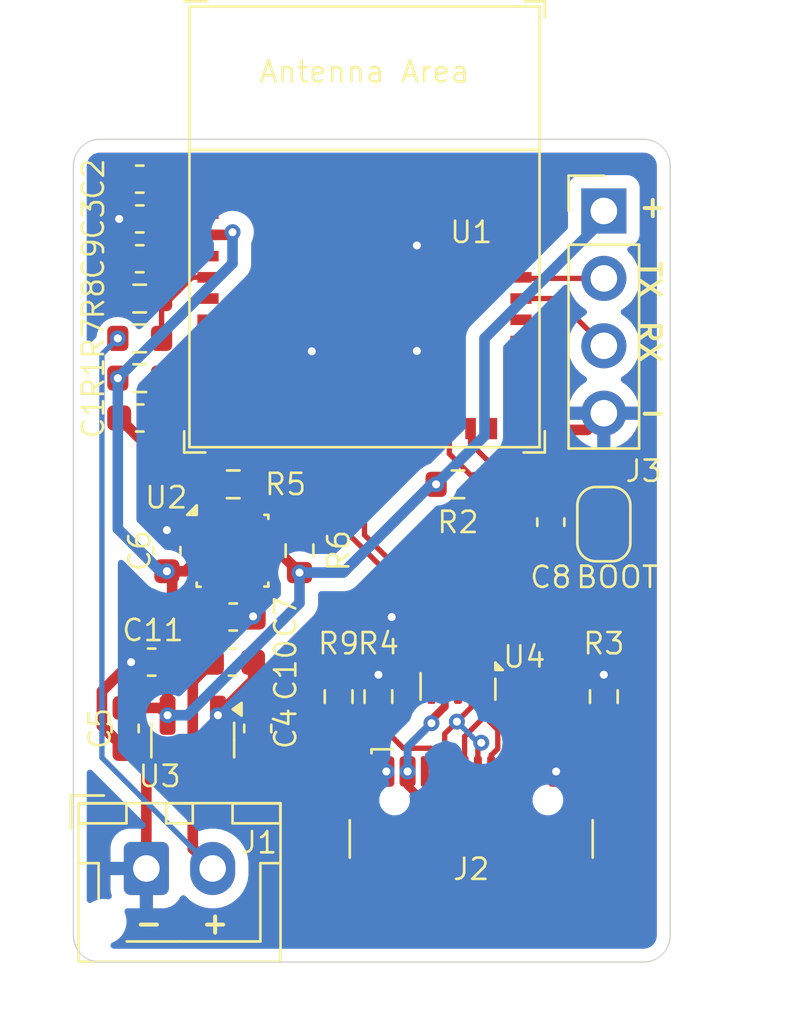
<source format=kicad_pcb>
(kicad_pcb (version 20240108) (generator "pcbnew") (generator_version "8.0")
  (layers (0 "F.Cu" mixed) (31 "B.Cu" mixed) (34 "B.Paste" user) (35 "F.Paste" user) (36 "B.SilkS" user "B.Silkscreen") (37 "F.SilkS" user "F.Silkscreen") (38 "B.Mask" user) (39 "F.Mask" user) (44 "Edge.Cuts" user))
  (net 0 "")
  (net 1 "GND")
  (net 2 "+3.3V")
  (net 3 "/BOOT_MODE")
  (net 4 "+BATT")
  (net 5 "/USB_D-")
  (net 6 "/USB_D+")
  (net 8 "Net-(U1-GPIO8)")
  (net 9 "/I2C_SDA")
  (net 10 "/I2C_SCL")
  (net 11 "/ADC")
  (net 27 "Net-(J2-SHIELD)")
  (net 28 "Net-(J2-CC2)")
  (net 33 "/EN")
  (net 36 "Net-(J2-CC1)")
  (net 37 "/U0RXD")
  (net 38 "/U0TXD")
  (footprint "Resistor_SMD:R_0603_1608Metric" (layer "F.Cu") (at 100.022 47.16 180)
    (property "Reference" "R8" (at 1.75 0 90) (layer "F.SilkS") (effects (font (size 0.8 0.8) (thickness 0.1))))
    (property "Value" "1 M")
    (pad "1" smd roundrect (at -0.825 0 180) (size 0.8 0.95) (layers "F.Cu" "F.Paste" "F.Mask") (net 11 "/ADC"))
    (pad "2" smd roundrect (at 0.825 0 180) (size 0.8 0.95) (layers "F.Cu" "F.Paste" "F.Mask") (net 1 "GND"))
  )
  (footprint "Resistor_SMD:R_0603_1608Metric" (layer "F.Cu") (at 107.522 62.16 90)
    (property "Reference" "R9" (at 2 0 0) (layer "F.SilkS") (effects (font (size 0.8 0.8) (thickness 0.1))))
    (property "Value" "1M")
    (pad "1" smd roundrect (at -0.825 0 90) (size 0.8 0.95) (layers "F.Cu" "F.Paste" "F.Mask") (net 27 "Net-(J2-SHIELD)"))
    (pad "2" smd roundrect (at 0.825 0 90) (size 0.8 0.95) (layers "F.Cu" "F.Paste" "F.Mask") (net 1 "GND"))
  )
  (footprint "Connector_PinHeader_2.54mm:PinHeader_1x04_P2.54mm_Vertical" (layer "F.Cu") (at 117.522 43.86)
    (property "Reference" "J3" (at 1.5 9.8 0) (layer "F.SilkS") (effects (font (size 0.8 0.8) (thickness 0.1))))
    (property "Value" "Conn_01x04_Socket")
    (pad "1" thru_hole rect (at 0 0) (size 1.7 1.7) (drill 1) (layers "*.Cu" "*.Mask") (net 2 "+3.3V"))
    (pad "2" thru_hole oval (at 0 2.54) (size 1.7 1.7) (drill 1) (layers "*.Cu" "*.Mask") (net 38 "/U0TXD"))
    (pad "3" thru_hole oval (at 0 5.08) (size 1.7 1.7) (drill 1) (layers "*.Cu" "*.Mask") (net 37 "/U0RXD"))
    (pad "4" thru_hole oval (at 0 7.62) (size 1.7 1.7) (drill 1) (layers "*.Cu" "*.Mask") (net 1 "GND"))
  )
  (footprint "Resistor_SMD:R_0603_1608Metric" (layer "F.Cu") (at 106.047 56.66 90)
    (property "Reference" "R6" (at 0 1.475 90) (layer "F.SilkS") (effects (font (size 0.8 0.8) (thickness 0.1))))
    (property "Value" "4.7 k")
    (pad "1" smd roundrect (at -0.825 0 90) (size 0.8 0.95) (layers "F.Cu" "F.Paste" "F.Mask") (net 2 "+3.3V"))
    (pad "2" smd roundrect (at 0.825 0 90) (size 0.8 0.95) (layers "F.Cu" "F.Paste" "F.Mask") (net 10 "/I2C_SCL"))
  )
  (footprint "Resistor_SMD:R_0603_1608Metric" (layer "F.Cu") (at 109.022 62.16 90)
    (property "Reference" "R4" (at 2 0 0) (layer "F.SilkS") (effects (font (size 0.8 0.8) (thickness 0.1))))
    (property "Value" "5.1K")
    (pad "1" smd roundrect (at -0.825 0 90) (size 0.8 0.95) (layers "F.Cu" "F.Paste" "F.Mask") (net 36 "Net-(J2-CC1)"))
    (pad "2" smd roundrect (at 0.825 0 90) (size 0.8 0.95) (layers "F.Cu" "F.Paste" "F.Mask") (net 1 "GND"))
  )
  (footprint "Connector_USB:USB_C_Receptacle_GCT_USB4110" (layer "F.Cu") (at 112.522 68.66)
    (property "Reference" "J2" (at 0 0 0) (layer "F.SilkS") (effects (font (size 0.8 0.8) (thickness 0.1))))
    (property "Value" "USB_C_Receptacle_USB2.0_16P")
    (pad "" np_thru_hole circle (at -2.89 -2.605) (size 0.65 0.65) (drill 0.65) (layers "F&B.Cu" "*.Mask"))
    (pad "" np_thru_hole circle (at 2.89 -2.605) (size 0.65 0.65) (drill 0.65) (layers "F&B.Cu" "*.Mask"))
    (pad "A1" smd roundrect (at -3.2 -3.68) (size 0.6 1.15) (layers "F.Cu" "F.Paste" "F.Mask") (net 1 "GND"))
    (pad "A4" smd roundrect (at -2.4 -3.68) (size 0.6 1.15) (layers "F.Cu" "F.Paste" "F.Mask") (net 4 "+BATT"))
    (pad "A5" smd roundrect (at -1.25 -3.68) (size 0.3 1.15) (layers "F.Cu" "F.Paste" "F.Mask") (net 36 "Net-(J2-CC1)"))
    (pad "A6" smd roundrect (at -0.25 -3.68) (size 0.3 1.15) (layers "F.Cu" "F.Paste" "F.Mask") (net 6 "/USB_D+"))
    (pad "A7" smd roundrect (at 0.25 -3.68) (size 0.3 1.15) (layers "F.Cu" "F.Paste" "F.Mask") (net 5 "/USB_D-"))
    (pad "A8" smd roundrect (at 1.25 -3.68) (size 0.3 1.15) (layers "F.Cu" "F.Paste" "F.Mask"))
    (pad "A9" smd roundrect (at 2.4 -3.68) (size 0.6 1.15) (layers "F.Cu" "F.Paste" "F.Mask") (net 4 "+BATT"))
    (pad "A12" smd roundrect (at 3.2 -3.68) (size 0.6 1.15) (layers "F.Cu" "F.Paste" "F.Mask") (net 1 "GND"))
    (pad "B1" smd roundrect (at 3.2 -3.68) (size 0.6 1.15) (layers "F.Cu" "F.Paste" "F.Mask") (net 1 "GND"))
    (pad "B4" smd roundrect (at 2.4 -3.68) (size 0.6 1.15) (layers "F.Cu" "F.Paste" "F.Mask") (net 4 "+BATT"))
    (pad "B5" smd roundrect (at 1.75 -3.68) (size 0.3 1.15) (layers "F.Cu" "F.Paste" "F.Mask") (net 28 "Net-(J2-CC2)"))
    (pad "B6" smd roundrect (at 0.75 -3.68) (size 0.3 1.15) (layers "F.Cu" "F.Paste" "F.Mask") (net 6 "/USB_D+"))
    (pad "B7" smd roundrect (at -0.75 -3.68) (size 0.3 1.15) (layers "F.Cu" "F.Paste" "F.Mask") (net 5 "/USB_D-"))
    (pad "B8" smd roundrect (at -1.75 -3.68) (size 0.3 1.15) (layers "F.Cu" "F.Paste" "F.Mask"))
    (pad "B9" smd roundrect (at -2.4 -3.68) (size 0.6 1.15) (layers "F.Cu" "F.Paste" "F.Mask") (net 4 "+BATT"))
    (pad "B12" smd roundrect (at -3.2 -3.68) (size 0.6 1.15) (layers "F.Cu" "F.Paste" "F.Mask") (net 1 "GND"))
    (pad "S1" smd roundrect (at -5.11 -3.105) (size 2.18 2) (layers "F.Cu" "F.Paste" "F.Mask") (roundrect_rratio 0.125) (net 27 "Net-(J2-SHIELD)"))
    (pad "S1" smd roundrect (at -5.11 0.825) (size 2.18 2) (layers "F.Cu" "F.Paste" "F.Mask") (roundrect_rratio 0.125) (net 27 "Net-(J2-SHIELD)"))
    (pad "S1" smd roundrect (at 5.11 -3.105) (size 2.18 2) (layers "F.Cu" "F.Paste" "F.Mask") (roundrect_rratio 0.125) (net 27 "Net-(J2-SHIELD)"))
    (pad "S1" smd roundrect (at 5.11 0.825) (size 2.18 2) (layers "F.Cu" "F.Paste" "F.Mask") (roundrect_rratio 0.125) (net 27 "Net-(J2-SHIELD)"))
  )
  (footprint "Capacitor_SMD:C_0603_1608Metric" (layer "F.Cu") (at 100.022 51.66)
    (property "Reference" "C1" (at -1.75 0 90) (layer "F.SilkS") (effects (font (size 0.8 0.8) (thickness 0.1))))
    (property "Value" "1µF")
    (pad "1" smd roundrect (at -0.775 0) (size 0.9 0.95) (layers "F.Cu" "F.Paste" "F.Mask") (net 1 "GND"))
    (pad "2" smd roundrect (at 0.775 0) (size 0.9 0.95) (layers "F.Cu" "F.Paste" "F.Mask") (net 33 "/EN"))
  )
  (footprint "Capacitor_SMD:C_0603_1608Metric" (layer "F.Cu") (at 103.522 60.86)
    (property "Reference" "C10" (at 2 0.3 90) (layer "F.SilkS") (effects (font (size 0.8 0.8) (thickness 0.1))))
    (property "Value" "47µF")
    (pad "1" smd roundrect (at -0.775 0) (size 0.9 0.95) (layers "F.Cu" "F.Paste" "F.Mask") (net 4 "+BATT"))
    (pad "2" smd roundrect (at 0.775 0) (size 0.9 0.95) (layers "F.Cu" "F.Paste" "F.Mask") (net 1 "GND"))
  )
  (footprint "Capacitor_SMD:C_0603_1608Metric" (layer "F.Cu") (at 100.022 45.66)
    (property "Reference" "C9" (at -1.75 0 90) (layer "F.SilkS") (effects (font (size 0.8 0.8) (thickness 0.1))))
    (property "Value" "100nF")
    (pad "1" smd roundrect (at -0.775 0) (size 0.9 0.95) (layers "F.Cu" "F.Paste" "F.Mask") (net 1 "GND"))
    (pad "2" smd roundrect (at 0.775 0) (size 0.9 0.95) (layers "F.Cu" "F.Paste" "F.Mask") (net 11 "/ADC"))
  )
  (footprint "Capacitor_SMD:C_0603_1608Metric" (layer "F.Cu") (at 103.547 59.16)
    (property "Reference" "C7" (at 1.975 0 90) (layer "F.SilkS") (effects (font (size 0.8 0.8) (thickness 0.1))))
    (property "Value" "100 nF")
    (pad "1" smd roundrect (at -0.775 0) (size 0.9 0.95) (layers "F.Cu" "F.Paste" "F.Mask") (net 2 "+3.3V"))
    (pad "2" smd roundrect (at 0.775 0) (size 0.9 0.95) (layers "F.Cu" "F.Paste" "F.Mask") (net 1 "GND"))
  )
  (footprint "Capacitor_SMD:C_0603_1608Metric" (layer "F.Cu") (at 100.022 42.66 180)
    (property "Reference" "C2" (at 1.75 0 90) (layer "F.SilkS") (effects (font (size 0.8 0.8) (thickness 0.1))))
    (property "Value" "100nF")
    (pad "1" smd roundrect (at -0.775 0 180) (size 0.9 0.95) (layers "F.Cu" "F.Paste" "F.Mask") (net 2 "+3.3V"))
    (pad "2" smd roundrect (at 0.775 0 180) (size 0.9 0.95) (layers "F.Cu" "F.Paste" "F.Mask") (net 1 "GND"))
  )
  (footprint "Capacitor_SMD:C_0603_1608Metric" (layer "F.Cu") (at 104.472 63.36 90)
    (property "Reference" "C4" (at 0 1.05 90) (layer "F.SilkS") (effects (font (size 0.8 0.8) (thickness 0.1))))
    (property "Value" "1 µF")
    (pad "1" smd roundrect (at -0.775 0 90) (size 0.9 0.95) (layers "F.Cu" "F.Paste" "F.Mask") (net 4 "+BATT"))
    (pad "2" smd roundrect (at 0.775 0 90) (size 0.9 0.95) (layers "F.Cu" "F.Paste" "F.Mask") (net 1 "GND"))
  )
  (footprint "Package_SON:USON-10_2.5x1.0mm_P0.5mm" (layer "F.Cu") (at 112.022 61.775 -90)
    (property "Reference" "U4" (at -1.115 -2.5 0) (layer "F.SilkS") (effects (font (size 0.8 0.8) (thickness 0.1))))
    (property "Value" "TPD4E02B04DQA")
    (pad "1" smd roundrect (at -0.385 -1 180) (size 0.3 0.55) (layers "F.Cu" "F.Paste" "F.Mask") (net 6 "/USB_D+"))
    (pad "2" smd roundrect (at -0.385 -0.5 180) (size 0.3 0.55) (layers "F.Cu" "F.Paste" "F.Mask") (net 5 "/USB_D-"))
    (pad "3" smd roundrect (at -0.385 0 180) (size 0.3 0.55) (layers "F.Cu" "F.Paste" "F.Mask") (net 1 "GND"))
    (pad "4" smd roundrect (at -0.385 0.5 180) (size 0.3 0.55) (layers "F.Cu" "F.Paste" "F.Mask") (net 4 "+BATT"))
    (pad "5" smd roundrect (at -0.385 1 180) (size 0.3 0.55) (layers "F.Cu" "F.Paste" "F.Mask"))
    (pad "6" smd roundrect (at 0.385 1 180) (size 0.3 0.55) (layers "F.Cu" "F.Paste" "F.Mask"))
    (pad "7" smd roundrect (at 0.385 0.5 180) (size 0.3 0.55) (layers "F.Cu" "F.Paste" "F.Mask") (net 4 "+BATT"))
    (pad "8" smd roundrect (at 0.385 0 180) (size 0.3 0.55) (layers "F.Cu" "F.Paste" "F.Mask") (net 1 "GND"))
    (pad "9" smd roundrect (at 0.385 -0.5 180) (size 0.3 0.55) (layers "F.Cu" "F.Paste" "F.Mask") (net 5 "/USB_D-"))
    (pad "10" smd roundrect (at 0.385 -1 180) (size 0.3 0.55) (layers "F.Cu" "F.Paste" "F.Mask") (net 6 "/USB_D+"))
  )
  (footprint "Resistor_SMD:R_0603_1608Metric" (layer "F.Cu") (at 112.022 54.16 180)
    (property "Reference" "R2" (at 0 -1.43 0) (layer "F.SilkS") (effects (font (size 0.8 0.8) (thickness 0.1))))
    (property "Value" "3.3K 1%")
    (pad "1" smd roundrect (at -0.825 0 180) (size 0.8 0.95) (layers "F.Cu" "F.Paste" "F.Mask") (net 8 "Net-(U1-GPIO8)"))
    (pad "2" smd roundrect (at 0.825 0 180) (size 0.8 0.95) (layers "F.Cu" "F.Paste" "F.Mask") (net 2 "+3.3V"))
  )
  (footprint "Package_TO_SOT_SMD:SOT-23" (layer "F.Cu") (at 102.022 63.7975 -90)
    (property "Reference" "U3" (at 1.3625 1.25 0) (layer "F.SilkS") (effects (font (size 0.8 0.8) (thickness 0.1))))
    (property "Value" "MCP1700x-330xxTT")
    (pad "1" smd roundrect (at -0.9375 -0.95 270) (size 1.475 0.6) (layers "F.Cu" "F.Paste" "F.Mask") (net 1 "GND"))
    (pad "2" smd roundrect (at -0.9375 0.95 270) (size 1.475 0.6) (layers "F.Cu" "F.Paste" "F.Mask") (net 2 "+3.3V"))
    (pad "3" smd roundrect (at 0.9375 0 270) (size 1.475 0.6) (layers "F.Cu" "F.Paste" "F.Mask") (net 4 "+BATT"))
  )
  (footprint "Resistor_SMD:R_0603_1608Metric" (layer "F.Cu") (at 103.547 54.16)
    (property "Reference" "R5" (at 1.975 0 0) (layer "F.SilkS") (effects (font (size 0.8 0.8) (thickness 0.1))))
    (property "Value" "4.7 k")
    (pad "1" smd roundrect (at -0.825 0) (size 0.8 0.95) (layers "F.Cu" "F.Paste" "F.Mask") (net 2 "+3.3V"))
    (pad "2" smd roundrect (at 0.825 0) (size 0.8 0.95) (layers "F.Cu" "F.Paste" "F.Mask") (net 9 "/I2C_SDA"))
  )
  (footprint "PCM_Espressif:ESP32-C6-MINI-1" (layer "F.Cu") (at 108.497 44.46)
    (property "Reference" "U1" (at 4.025 0.2 0) (layer "F.SilkS") (effects (font (size 0.8 0.8) (thickness 0.1))))
    (property "Value" "ESP32-C6-MINI-1/U")
    (fp_text user "Antenna Area" (at 0 -5.85 0) (layer "F.SilkS") (effects (font (size 0.8 0.8) (thickness 0.1))))
    (pad "1" smd rect (at -5.9 -1.3 90) (size 0.4 0.8) (layers "F.Cu" "F.Paste" "F.Mask") (net 1 "GND"))
    (pad "2" smd rect (at -5.9 -0.5 90) (size 0.4 0.8) (layers "F.Cu" "F.Paste" "F.Mask") (net 1 "GND"))
    (pad "3" smd rect (at -5.9 0.3 90) (size 0.4 0.8) (layers "F.Cu" "F.Paste" "F.Mask") (net 2 "+3.3V"))
    (pad "4" smd rect (at -5.9 1.1 90) (size 0.4 0.8) (layers "F.Cu" "F.Paste" "F.Mask"))
    (pad "5" smd rect (at -5.9 1.9 90) (size 0.4 0.8) (layers "F.Cu" "F.Paste" "F.Mask") (net 11 "/ADC"))
    (pad "6" smd rect (at -5.9 2.7 90) (size 0.4 0.8) (layers "F.Cu" "F.Paste" "F.Mask"))
    (pad "7" smd rect (at -5.9 3.5 90) (size 0.4 0.8) (layers "F.Cu" "F.Paste" "F.Mask"))
    (pad "8" smd rect (at -5.9 4.3 90) (size 0.4 0.8) (layers "F.Cu" "F.Paste" "F.Mask") (net 33 "/EN"))
    (pad "9" smd rect (at -5.9 5.1 90) (size 0.4 0.8) (layers "F.Cu" "F.Paste" "F.Mask"))
    (pad "10" smd rect (at -5.9 5.9 90) (size 0.4 0.8) (layers "F.Cu" "F.Paste" "F.Mask"))
    (pad "11" smd rect (at -5.9 6.7 90) (size 0.4 0.8) (layers "F.Cu" "F.Paste" "F.Mask") (net 1 "GND"))
    (pad "12" smd rect (at -4.8 7.6) (size 0.4 0.8) (layers "F.Cu" "F.Paste" "F.Mask"))
    (pad "13" smd rect (at -4 7.6) (size 0.4 0.8) (layers "F.Cu" "F.Paste" "F.Mask"))
    (pad "14" smd rect (at -3.2 7.6) (size 0.4 0.8) (layers "F.Cu" "F.Paste" "F.Mask") (net 1 "GND"))
    (pad "15" smd rect (at -2.4 7.6) (size 0.4 0.8) (layers "F.Cu" "F.Paste" "F.Mask") (net 9 "/I2C_SDA"))
    (pad "16" smd rect (at -1.6 7.6) (size 0.4 0.8) (layers "F.Cu" "F.Paste" "F.Mask") (net 10 "/I2C_SCL"))
    (pad "17" smd rect (at -0.8 7.6) (size 0.4 0.8) (layers "F.Cu" "F.Paste" "F.Mask") (net 5 "/USB_D-"))
    (pad "18" smd rect (at 0 7.6) (size 0.4 0.8) (layers "F.Cu" "F.Paste" "F.Mask") (net 6 "/USB_D+"))
    (pad "19" smd rect (at 0.8 7.6) (size 0.4 0.8) (layers "F.Cu" "F.Paste" "F.Mask"))
    (pad "20" smd rect (at 1.6 7.6) (size 0.4 0.8) (layers "F.Cu" "F.Paste" "F.Mask"))
    (pad "21" smd rect (at 2.4 7.6) (size 0.4 0.8) (layers "F.Cu" "F.Paste" "F.Mask"))
    (pad "22" smd rect (at 3.2 7.6) (size 0.4 0.8) (layers "F.Cu" "F.Paste" "F.Mask") (net 8 "Net-(U1-GPIO8)"))
    (pad "23" smd rect (at 4 7.6) (size 0.4 0.8) (layers "F.Cu" "F.Paste" "F.Mask") (net 3 "/BOOT_MODE"))
    (pad "24" smd rect (at 4.8 7.6) (size 0.4 0.8) (layers "F.Cu" "F.Paste" "F.Mask"))
    (pad "25" smd rect (at 5.9 6.7 90) (size 0.4 0.8) (layers "F.Cu" "F.Paste" "F.Mask"))
    (pad "26" smd rect (at 5.9 5.9 90) (size 0.4 0.8) (layers "F.Cu" "F.Paste" "F.Mask"))
    (pad "27" smd rect (at 5.9 5.1 90) (size 0.4 0.8) (layers "F.Cu" "F.Paste" "F.Mask"))
    (pad "28" smd rect (at 5.9 4.3 90) (size 0.4 0.8) (layers "F.Cu" "F.Paste" "F.Mask"))
    (pad "29" smd rect (at 5.9 3.5 90) (size 0.4 0.8) (layers "F.Cu" "F.Paste" "F.Mask"))
    (pad "30" smd rect (at 5.9 2.7 90) (size 0.4 0.8) (layers "F.Cu" "F.Paste" "F.Mask") (net 37 "/U0RXD"))
    (pad "31" smd rect (at 5.9 1.9 90) (size 0.4 0.8) (layers "F.Cu" "F.Paste" "F.Mask") (net 38 "/U0TXD"))
    (pad "32" smd rect (at 5.9 1.1 90) (size 0.4 0.8) (layers "F.Cu" "F.Paste" "F.Mask"))
    (pad "33" smd rect (at 5.9 0.3 90) (size 0.4 0.8) (layers "F.Cu" "F.Paste" "F.Mask"))
    (pad "34" smd rect (at 5.9 -0.5 90) (size 0.4 0.8) (layers "F.Cu" "F.Paste" "F.Mask"))
    (pad "35" smd rect (at 5.9 -1.3 90) (size 0.4 0.8) (layers "F.Cu" "F.Paste" "F.Mask"))
    (pad "36" smd rect (at 4.8 -2.2) (size 0.4 0.8) (layers "F.Cu" "F.Paste" "F.Mask") (net 1 "GND"))
    (pad "37" smd rect (at 4 -2.2) (size 0.4 0.8) (layers "F.Cu" "F.Paste" "F.Mask") (net 1 "GND"))
    (pad "38" smd rect (at 3.2 -2.2) (size 0.4 0.8) (layers "F.Cu" "F.Paste" "F.Mask") (net 1 "GND"))
    (pad "39" smd rect (at 2.4 -2.2) (size 0.4 0.8) (layers "F.Cu" "F.Paste" "F.Mask") (net 1 "GND"))
    (pad "40" smd rect (at 1.6 -2.2) (size 0.4 0.8) (layers "F.Cu" "F.Paste" "F.Mask") (net 1 "GND"))
    (pad "41" smd rect (at 0.8 -2.2) (size 0.4 0.8) (layers "F.Cu" "F.Paste" "F.Mask") (net 1 "GND"))
    (pad "42" smd rect (at 0 -2.2) (size 0.4 0.8) (layers "F.Cu" "F.Paste" "F.Mask") (net 1 "GND"))
    (pad "43" smd rect (at -0.8 -2.2) (size 0.4 0.8) (layers "F.Cu" "F.Paste" "F.Mask") (net 1 "GND"))
    (pad "44" smd rect (at -1.6 -2.2) (size 0.4 0.8) (layers "F.Cu" "F.Paste" "F.Mask") (net 1 "GND"))
    (pad "45" smd rect (at -2.4 -2.2) (size 0.4 0.8) (layers "F.Cu" "F.Paste" "F.Mask") (net 1 "GND"))
    (pad "46" smd rect (at -3.2 -2.2) (size 0.4 0.8) (layers "F.Cu" "F.Paste" "F.Mask") (net 1 "GND"))
    (pad "47" smd rect (at -4 -2.2) (size 0.4 0.8) (layers "F.Cu" "F.Paste" "F.Mask") (net 1 "GND"))
    (pad "48" smd rect (at -4.8 -2.2) (size 0.4 0.8) (layers "F.Cu" "F.Paste" "F.Mask") (net 1 "GND"))
    (pad "49" smd custom (at -1.975 0.725) (size 0.8 0.8) (layers "F.Cu" "F.Paste" "F.Mask") (net 1 "GND") (options (clearance outline) (anchor rect)) (primitives (gr_poly (pts (xy 0.725 0.725) (xy -0.725 0.725) (xy -0.725 -0.125) (xy -0.125 -0.725) (xy 0.725 -0.725)) (width 0) (fill yes))))
    (pad "49" smd rect (at -1.975 2.7 90) (size 1.45 1.45) (layers "F.Cu" "F.Paste" "F.Mask") (net 1 "GND"))
    (pad "49" smd rect (at -1.975 4.675 90) (size 1.45 1.45) (layers "F.Cu" "F.Paste" "F.Mask") (net 1 "GND"))
    (pad "49" smd rect (at 0 0.725 90) (size 1.45 1.45) (layers "F.Cu" "F.Paste" "F.Mask") (net 1 "GND"))
    (pad "49" smd rect (at 0 2.7 90) (size 1.45 1.45) (layers "F.Cu" "F.Paste" "F.Mask") (net 1 "GND"))
    (pad "49" smd rect (at 0 4.675 90) (size 1.45 1.45) (layers "F.Cu" "F.Paste" "F.Mask") (net 1 "GND"))
    (pad "49" smd rect (at 1.975 0.725 90) (size 1.45 1.45) (layers "F.Cu" "F.Paste" "F.Mask") (net 1 "GND"))
    (pad "49" smd rect (at 1.975 2.7 90) (size 1.45 1.45) (layers "F.Cu" "F.Paste" "F.Mask") (net 1 "GND"))
    (pad "49" smd rect (at 1.975 4.675 90) (size 1.45 1.45) (layers "F.Cu" "F.Paste" "F.Mask") (net 1 "GND"))
    (pad "50" smd rect (at 5.95 -2.25 90) (size 0.7 0.7) (layers "F.Cu" "F.Paste" "F.Mask") (net 1 "GND"))
    (pad "51" smd rect (at 5.95 7.65 90) (size 0.7 0.7) (layers "F.Cu" "F.Paste" "F.Mask") (net 1 "GND"))
    (pad "52" smd rect (at -5.95 7.65 90) (size 0.7 0.7) (layers "F.Cu" "F.Paste" "F.Mask") (net 1 "GND"))
    (pad "53" smd rect (at -5.95 -2.25 90) (size 0.7 0.7) (layers "F.Cu" "F.Paste" "F.Mask") (net 1 "GND"))
    (zone (net 0) (net_name "") (layers "*.Cu") (name "antenna keepout") (connect_pads (clearance 0)) (min_thickness 0.254)
      (keepout (tracks not_allowed) (vias not_allowed) (pads not_allowed) (copperpour not_allowed) (footprints not_allowed))
      (fill (thermal_gap 0.508) (thermal_bridge_width 0.508))
      (polygon (pts (xy 115.097 41.56) (xy 101.897 41.56) (xy 101.897 36.16) (xy 115.097 36.16)))
    )
  )
  (footprint "Resistor_SMD:R_0603_1608Metric" (layer "F.Cu") (at 100.022 48.66)
    (property "Reference" "R7" (at -1.75 0 90) (layer "F.SilkS") (effects (font (size 0.8 0.8) (thickness 0.1))))
    (property "Value" "4,7 M")
    (pad "1" smd roundrect (at -0.825 0) (size 0.8 0.95) (layers "F.Cu" "F.Paste" "F.Mask") (net 4 "+BATT"))
    (pad "2" smd roundrect (at 0.825 0) (size 0.8 0.95) (layers "F.Cu" "F.Paste" "F.Mask") (net 11 "/ADC"))
  )
  (footprint "Package_LGA:Bosch_LGA-8_2.5x2.5mm_P0.65mm_ClockwisePinNumbering" (layer "F.Cu") (at 103.522 56.66)
    (property "Reference" "U2" (at -2.5 -2 0) (layer "F.SilkS") (effects (font (size 0.8 0.8) (thickness 0.1))))
    (property "Value" "BME280")
    (pad "1" smd rect (at -0.975 -1.025 90) (size 0.5 0.35) (layers "F.Cu" "F.Paste" "F.Mask") (net 1 "GND"))
    (pad "2" smd rect (at -0.325 -1.025 90) (size 0.5 0.35) (layers "F.Cu" "F.Paste" "F.Mask") (net 2 "+3.3V"))
    (pad "3" smd rect (at 0.325 -1.025 90) (size 0.5 0.35) (layers "F.Cu" "F.Paste" "F.Mask") (net 9 "/I2C_SDA"))
    (pad "4" smd rect (at 0.975 -1.025 90) (size 0.5 0.35) (layers "F.Cu" "F.Paste" "F.Mask") (net 10 "/I2C_SCL"))
    (pad "5" smd rect (at 0.975 1.025 90) (size 0.5 0.35) (layers "F.Cu" "F.Paste" "F.Mask") (net 1 "GND"))
    (pad "6" smd rect (at 0.325 1.025 90) (size 0.5 0.35) (layers "F.Cu" "F.Paste" "F.Mask") (net 2 "+3.3V"))
    (pad "7" smd rect (at -0.325 1.025 90) (size 0.5 0.35) (layers "F.Cu" "F.Paste" "F.Mask") (net 1 "GND"))
    (pad "8" smd rect (at -0.975 1.025 90) (size 0.5 0.35) (layers "F.Cu" "F.Paste" "F.Mask") (net 2 "+3.3V"))
  )
  (footprint "Capacitor_SMD:C_0603_1608Metric" (layer "F.Cu") (at 115.522 55.585 -90)
    (property "Reference" "C8" (at 2.075 0 0) (layer "F.SilkS") (effects (font (size 0.8 0.8) (thickness 0.1))))
    (property "Value" "100nF")
    (pad "1" smd roundrect (at -0.775 0 270) (size 0.9 0.95) (layers "F.Cu" "F.Paste" "F.Mask") (net 1 "GND"))
    (pad "2" smd roundrect (at 0.775 0 270) (size 0.9 0.95) (layers "F.Cu" "F.Paste" "F.Mask") (net 3 "/BOOT_MODE"))
  )
  (footprint "Jumper:SolderJumper-2_P1.3mm_Open_RoundedPad1.0x1.5mm" (layer "F.Cu") (at 117.522 55.66 90)
    (property "Reference" "BOOT" (at -2 0.5 0) (layer "F.SilkS") (effects (font (size 0.8 0.8) (thickness 0.1))))
    (property "Value" "SolderJumper_2_Open")
    (pad "1" smd custom (at -0.65 0 90) (size 1 0.5) (layers "F.Cu" "F.Mask") (net 3 "/BOOT_MODE") (options (clearance outline) (anchor rect)) (primitives (gr_circle (center 0 0.25) (end 0.5 0.25) (width 0) (fill yes)) (gr_circle (center 0 -0.25) (end 0.5 -0.25) (width 0) (fill yes)) (gr_poly (pts (xy 0.5 0.75) (xy 0 0.75) (xy 0 -0.75) (xy 0.5 -0.75)) (width 0) (fill yes))))
    (pad "2" smd custom (at 0.65 0 90) (size 1 0.5) (layers "F.Cu" "F.Mask") (net 1 "GND") (options (clearance outline) (anchor rect)) (primitives (gr_circle (center 0 0.25) (end 0.5 0.25) (width 0) (fill yes)) (gr_circle (center 0 -0.25) (end 0.5 -0.25) (width 0) (fill yes)) (gr_poly (pts (xy 0 0.75) (xy -0.5 0.75) (xy -0.5 -0.75) (xy 0 -0.75)) (width 0) (fill yes))))
  )
  (footprint "Capacitor_SMD:C_0603_1608Metric" (layer "F.Cu") (at 100.472 60.86 180)
    (property "Reference" "C11" (at -0.05 1.2 0) (layer "F.SilkS") (effects (font (size 0.8 0.8) (thickness 0.1))))
    (property "Value" "47µF")
    (pad "1" smd roundrect (at -0.775 0 180) (size 0.9 0.95) (layers "F.Cu" "F.Paste" "F.Mask") (net 2 "+3.3V"))
    (pad "2" smd roundrect (at 0.775 0 180) (size 0.9 0.95) (layers "F.Cu" "F.Paste" "F.Mask") (net 1 "GND"))
  )
  (footprint "Capacitor_SMD:C_0603_1608Metric" (layer "F.Cu") (at 99.472 63.36 -90)
    (property "Reference" "C5" (at 0 0.95 90) (layer "F.SilkS") (effects (font (size 0.8 0.8) (thickness 0.1))))
    (property "Value" "1 µF")
    (pad "1" smd roundrect (at -0.775 0 270) (size 0.9 0.95) (layers "F.Cu" "F.Paste" "F.Mask") (net 2 "+3.3V"))
    (pad "2" smd roundrect (at 0.775 0 270) (size 0.9 0.95) (layers "F.Cu" "F.Paste" "F.Mask") (net 1 "GND"))
  )
  (footprint "Resistor_SMD:R_0603_1608Metric" (layer "F.Cu") (at 100.022 50.16)
    (property "Reference" "R1" (at -1.75 0 90) (layer "F.SilkS") (effects (font (size 0.8 0.8) (thickness 0.1))))
    (property "Value" "10K 1%")
    (pad "1" smd roundrect (at -0.825 0) (size 0.8 0.95) (layers "F.Cu" "F.Paste" "F.Mask") (net 2 "+3.3V"))
    (pad "2" smd roundrect (at 0.825 0) (size 0.8 0.95) (layers "F.Cu" "F.Paste" "F.Mask") (net 33 "/EN"))
  )
  (footprint "Connector_JST:JST_XH_B2B-XH-AM_1x02_P2.50mm_Vertical" (layer "F.Cu") (at 100.272 68.635)
    (property "Reference" "J1" (at 4.25 -0.975 0) (layer "F.SilkS") (effects (font (size 0.8 0.8) (thickness 0.1))))
    (property "Value" "Conn_01x02_Male")
    (pad "" np_thru_hole circle (at -1.6 2) (size 1.2 1.2) (drill 1.2) (layers "*.Cu" "*.Mask"))
    (pad "1" thru_hole roundrect (at 0 0) (size 1.7 2) (drill 1) (layers "*.Cu" "*.Mask") (roundrect_rratio 0.147059) (net 1 "GND"))
    (pad "2" thru_hole oval (at 2.5 0) (size 1.7 2) (drill 1) (layers "*.Cu" "*.Mask") (net 4 "+BATT"))
  )
  (footprint "Capacitor_SMD:C_0603_1608Metric" (layer "F.Cu") (at 101.047 56.66 90)
    (property "Reference" "C6" (at 0 -1.025 90) (layer "F.SilkS") (effects (font (size 0.8 0.8) (thickness 0.1))))
    (property "Value" "100 nF")
    (pad "1" smd roundrect (at -0.775 0 90) (size 0.9 0.95) (layers "F.Cu" "F.Paste" "F.Mask") (net 2 "+3.3V"))
    (pad "2" smd roundrect (at 0.775 0 90) (size 0.9 0.95) (layers "F.Cu" "F.Paste" "F.Mask") (net 1 "GND"))
  )
  (footprint "Resistor_SMD:R_0603_1608Metric" (layer "F.Cu") (at 117.522 62.16 90)
    (property "Reference" "R3" (at 2 0 0) (layer "F.SilkS") (effects (font (size 0.8 0.8) (thickness 0.1))))
    (property "Value" "5.1K")
    (pad "1" smd roundrect (at -0.825 0 90) (size 0.8 0.95) (layers "F.Cu" "F.Paste" "F.Mask") (net 28 "Net-(J2-CC2)"))
    (pad "2" smd roundrect (at 0.825 0 90) (size 0.8 0.95) (layers "F.Cu" "F.Paste" "F.Mask") (net 1 "GND"))
  )
  (footprint "Capacitor_SMD:C_0603_1608Metric" (layer "F.Cu") (at 100.022 44.16 180)
    (property "Reference" "C3" (at 1.75 0 90) (layer "F.SilkS") (effects (font (size 0.8 0.8) (thickness 0.1))))
    (property "Value" "10µF")
    (pad "1" smd roundrect (at -0.775 0 180) (size 0.9 0.95) (layers "F.Cu" "F.Paste" "F.Mask") (net 2 "+3.3V"))
    (pad "2" smd roundrect (at 0.775 0 180) (size 0.9 0.95) (layers "F.Cu" "F.Paste" "F.Mask") (net 1 "GND"))
  )
  (gr_line (start 98.522 41.16) (end 119.022 41.16) (stroke (width 0.05)) (layer "Edge.Cuts"))
  (gr_line (start 120.022 42.16) (end 120.022 71.16) (stroke (width 0.05)) (layer "Edge.Cuts"))
  (gr_arc (start 119.022 41.16) (mid 119.729107 41.452893) (end 120.022 42.16) (stroke (width 0.05)) (layer "Edge.Cuts"))
  (gr_arc (start 97.522 42.16) (mid 97.814893 41.452893) (end 98.522 41.16) (stroke (width 0.05)) (layer "Edge.Cuts"))
  (gr_arc (start 98.522 72.16) (mid 97.814893 71.867107) (end 97.522 71.16) (stroke (width 0.05)) (layer "Edge.Cuts"))
  (gr_line (start 97.522 42.16) (end 97.522 71.16) (stroke (width 0.05)) (layer "Edge.Cuts"))
  (gr_arc (start 120.022 71.16) (mid 119.729107 71.867107) (end 119.022 72.16) (stroke (width 0.05)) (layer "Edge.Cuts"))
  (gr_line (start 98.522 72.16) (end 119.022 72.16) (stroke (width 0.05)) (layer "Edge.Cuts"))
  (gr_text "+" (at 118.772 44.16 0) (layer "F.SilkS") (effects (font (size 0.8 0.8) (thickness 0.15) (bold yes)) (justify left bottom)))
  (gr_text "TX" (at 118.772 45.66 -90) (layer "F.SilkS") (effects (font (size 0.8 0.8) (thickness 0.15) (bold yes)) (justify left bottom)))
  (gr_text "RX" (at 118.772 47.91 -90) (layer "F.SilkS") (effects (font (size 0.8 0.8) (thickness 0.15) (bold yes)) (justify left bottom)))
  (gr_text "-\n" (at 118.772 51.91 0) (layer "F.SilkS") (effects (font (size 0.8 0.8) (thickness 0.15) (bold yes)) (justify left bottom)))
  (gr_text "-" (at 99.772 71.16 0) (layer "F.SilkS") (effects (font (size 0.8 0.8) (thickness 0.15) (bold yes)) (justify left bottom)))
  (gr_text "+" (at 102.272 71.16 0) (layer "F.SilkS") (effects (font (size 0.8 0.8) (thickness 0.15) (bold yes)) (justify left bottom)))
  (segment (start 98.597 63.26) (end 98.597 61.96) (width 0.4) (layer "F.Cu") (net 1))
  (segment (start 106.522 47.16) (end 110.472 47.16) (width 0.4) (layer "F.Cu") (net 1))
  (segment (start 107.522 61.335) (end 109.022 61.335) (width 0.4) (layer "F.Cu") (net 1))
  (segment (start 99.247 47.11) (end 99.197 47.16) (width 0.4) (layer "F.Cu") (net 1))
  (segment (start 98.597 61.96) (end 99.697 60.86) (width 0.4) (layer "F.Cu") (net 1))
  (segment (start 117.322 54.81) (end 117.522 55.01) (width 0.2) (layer "F.Cu") (net 1))
  (segment (start 102.547 43.91) (end 102.597 43.96) (width 0.4) (layer "F.Cu") (net 1))
  (segment (start 105.297 52.06) (end 105.297 50.36) (width 0.4) (layer "F.Cu") (net 1))
  (segment (start 110.522 42.21) (end 114.447 42.21) (width 0.4) (layer "F.Cu") (net 1))
  (segment (start 115.522 54.81) (end 117.322 54.81) (width 0.2) (layer "F.Cu") (net 1))
  (segment (start 106.522 42.21) (end 110.522 42.21) (width 0.4) (layer "F.Cu") (net 1))
  (segment (start 102.597 52.06) (end 102.547 52.11) (width 0.4) (layer "F.Cu") (net 1))
  (segment (start 104.472 62.585) (end 103.247 62.585) (width 0.4) (layer "F.Cu") (net 1))
  (segment (start 104.497 58.985) (end 104.322 59.16) (width 0.2) (layer "F.Cu") (net 1))
  (segment (start 110.456314 59.16) (end 109.522 59.16) (width 0.2) (layer "F.Cu") (net 1))
  (segment (start 110.472 45.185) (end 110.472 49.135) (width 0.4) (layer "F.Cu") (net 1))
  (segment (start 114.447 52.11) (end 116.892 52.11) (width 0.4) (layer "F.Cu") (net 1))
  (segment (start 101.047 55.885) (end 102.297 55.885) (width 0.2) (layer "F.Cu") (net 1))
  (segment (start 110.472 45.185) (end 110.472 45.16) (width 0.4) (layer "F.Cu") (net 1))
  (segment (start 100.272 68.635) (end 100.272 64.935) (width 0.4) (layer "F.Cu") (net 1))
  (segment (start 110.472 42.26) (end 110.522 42.21) (width 0.4) (layer "F.Cu") (net 1))
  (segment (start 112.022 62.16) (end 112.022 61.39) (width 0.2) (layer "F.Cu") (net 1))
  (segment (start 110.472 49.135) (end 106.522 49.135) (width 0.4) (layer "F.Cu") (net 1))
  (segment (start 103.197 58.035) (end 104.297 59.135) (width 0.2) (layer "F.Cu") (net 1))
  (segment (start 108.497 42.26) (end 108.497 45.185) (width 0.4) (layer "F.Cu") (net 1))
  (segment (start 101.047 53.61) (end 101.047 55.885) (width 0.4) (layer "F.Cu") (net 1))
  (segment (start 102.547 52.11) (end 101.047 53.61) (width 0.4) (layer "F.Cu") (net 1))
  (segment (start 103.247 62.585) (end 102.972 62.86) (width 0.4) (layer "F.Cu") (net 1))
  (segment (start 106.522 49.135) (end 106.522 45.185) (width 0.4) (layer "F.Cu") (net 1))
  (segment (start 99.247 44.16) (end 99.247 47.11) (width 0.4) (layer "F.Cu") (net 1))
  (segment (start 105.297 50.36) (end 106.5095 49.1475) (width 0.4) (layer "F.Cu") (net 1))
  (segment (start 112.022 60.725686) (end 110.456314 59.16) (width 0.2) (layer "F.Cu") (net 1))
  (segment (start 105.297 50.36) (end 104.497 51.16) (width 0.4) (layer "F.Cu") (net 1))
  (segment (start 106.522 45.185) (end 110.472 45.185) (width 0.4) (layer "F.Cu") (net 1))
  (segment (start 104.497 51.16) (end 102.597 51.16) (width 0.4) (layer "F.Cu") (net 1))
  (segment (start 104.297 59.135) (end 104.322 59.16) (width 0.2) (layer "F.Cu") (net 1))
  (segment (start 102.547 42.21) (end 102.547 43.91) (width 0.4) (layer "F.Cu") (net 1))
  (segment (start 99.472 64.135) (end 98.597 63.26) (width 0.4) (layer "F.Cu") (net 1))
  (segment (start 102.297 55.885) (end 102.547 55.635) (width 0.2) (layer "F.Cu") (net 1))
  (segment (start 104.297 60.86) (end 104.297 61.535) (width 0.4) (layer "F.Cu") (net 1))
  (segment (start 110.472 45.16) (end 110.472 42.26) (width 0.4) (layer "F.Cu") (net 1))
  (segment (start 104.497 57.685) (end 104.497 58.985) (width 0.2) (layer "F.Cu") (net 1))
  (segment (start 102.547 42.21) (end 106.522 42.21) (width 0.4) (layer "F.Cu") (net 1))
  (segment (start 103.197 57.685) (end 103.197 58.035) (width 0.2) (layer "F.Cu") (net 1))
  (segment (start 108.497 45.185) (end 108.497 49.135) (width 0.4) (layer "F.Cu") (net 1))
  (segment (start 100.272 64.935) (end 99.472 64.135) (width 0.4) (layer "F.Cu") (net 1))
  (segment (start 106.522 45.185) (end 106.522 42.21) (width 0.4) (layer "F.Cu") (net 1))
  (segment (start 104.297 61.535) (end 102.972 62.86) (width 0.4) (layer "F.Cu") (net 1))
  (segment (start 99.247 51.66) (end 101.047 53.46) (width 0.4) (layer "F.Cu") (net 1))
  (segment (start 114.447 53.735) (end 115.522 54.81) (width 0.4) (layer "F.Cu") (net 1))
  (segment (start 116.892 52.11) (end 117.522 51.48) (width 0.4) (layer "F.Cu") (net 1))
  (segment (start 106.5095 49.1475) (end 106.522 49.135) (width 0.4) (layer "F.Cu") (net 1))
  (segment (start 114.447 52.11) (end 114.447 53.735) (width 0.4) (layer "F.Cu") (net 1))
  (segment (start 102.597 51.16) (end 102.597 52.06) (width 0.4) (layer "F.Cu") (net 1))
  (segment (start 99.247 42.66) (end 99.247 44.16) (width 0.4) (layer "F.Cu") (net 1))
  (segment (start 112.022 61.39) (end 112.022 60.725686) (width 0.2) (layer "F.Cu") (net 1))
  (segment (start 101.047 53.46) (end 101.047 55.885) (width 0.4) (layer "F.Cu") (net 1))
  (via (at 110.472 49.135) (size 0.6) (drill 0.3) (layers "F.Cu" "B.Cu") (net 1))
  (via (at 109.022 61.335) (size 0.6) (drill 0.3) (layers "F.Cu" "B.Cu") (net 1))
  (via (at 104.297 59.135) (size 0.6) (drill 0.3) (layers "F.Cu" "B.Cu") (net 1))
  (via (at 109.322 64.98) (size 0.6) (drill 0.3) (layers "F.Cu" "B.Cu") (net 1))
  (via (at 110.472 45.16) (size 0.6) (drill 0.3) (layers "F.Cu" "B.Cu") (net 1))
  (via (at 106.5095 49.1475) (size 0.6) (drill 0.3) (layers "F.Cu" "B.Cu") (net 1))
  (via (at 99.247 44.16) (size 0.6) (drill 0.3) (layers "F.Cu" "B.Cu") (net 1))
  (via (at 99.697 60.86) (size 0.6) (drill 0.3) (layers "F.Cu" "B.Cu") (net 1))
  (via (at 109.522 59.16) (size 0.6) (drill 0.3) (layers "F.Cu" "B.Cu") (net 1))
  (via (at 117.522 61.335) (size 0.6) (drill 0.3) (layers "F.Cu" "B.Cu") (net 1))
  (via (at 101.047 55.885) (size 0.6) (drill 0.3) (layers "F.Cu" "B.Cu") (net 1))
  (via (at 115.722 64.98) (size 0.6) (drill 0.3) (layers "F.Cu" "B.Cu") (net 1))
  (via (at 102.972 62.86) (size 0.6) (drill 0.3) (layers "F.Cu" "B.Cu") (net 1))
  (segment (start 100.797 44.16) (end 101.397 44.76) (width 0.4) (layer "F.Cu") (net 2))
  (segment (start 99.472 62.585) (end 100.797 62.585) (width 0.4) (layer "F.Cu") (net 2))
  (segment (start 103.197 56.46) (end 103.847 57.11) (width 0.4) (layer "F.Cu") (net 2))
  (segment (start 101.247 57.635) (end 101.047 57.435) (width 0.4) (layer "F.Cu") (net 2))
  (segment (start 103.522 56.66) (end 103.5845 56.7225) (width 0.4) (layer "F.Cu") (net 2))
  (segment (start 101.247 60.86) (end 101.247 57.635) (width 0.4) (layer "F.Cu") (net 2))
  (segment (start 101.072 62.86) (end 101.072 61.035) (width 0.4) (layer "F.Cu") (net 2))
  (segment (start 102.597 44.76) (end 103.422 44.76) (width 0.4) (layer "F.Cu") (net 2))
  (segment (start 102.522 56.66) (end 103.197 55.985) (width 0.4) (layer "F.Cu") (net 2))
  (segment (start 100.797 62.585) (end 101.072 62.86) (width 0.4) (layer "F.Cu") (net 2))
  (segment (start 103.422 44.76) (end 103.522 44.66) (width 0.4) (layer "F.Cu") (net 2))
  (segment (start 101.047 57.435) (end 101.747 57.435) (width 0.4) (layer "F.Cu") (net 2))
  (segment (start 100.797 42.66) (end 100.797 44.16) (width 0.4) (layer "F.Cu") (net 2))
  (segment (start 102.522 56.66) (end 102.547 56.685) (width 0.4) (layer "F.Cu") (net 2))
  (segment (start 101.747 57.435) (end 102.522 56.66) (width 0.4) (layer "F.Cu") (net 2))
  (segment (start 102.547 57.685) (end 102.547 58.935) (width 0.4) (layer "F.Cu") (net 2))
  (segment (start 102.547 58.935) (end 102.772 59.16) (width 0.4) (layer "F.Cu") (net 2))
  (segment (start 101.397 44.76) (end 102.597 44.76) (width 0.4) (layer "F.Cu") (net 2))
  (segment (start 102.547 56.685) (end 102.547 57.685) (width 0.4) (layer "F.Cu") (net 2))
  (segment (start 101.072 61.035) (end 101.247 60.86) (width 0.4) (layer "F.Cu") (net 2))
  (segment (start 101.247 60.86) (end 101.247 60.685) (width 0.4) (layer "F.Cu") (net 2))
  (segment (start 103.197 54.635) (end 102.722 54.16) (width 0.4) (layer "F.Cu") (net 2))
  (segment (start 103.197 55.635) (end 103.197 54.635) (width 0.4) (layer "F.Cu") (net 2))
  (segment (start 103.847 57.11) (end 103.847 57.685) (width 0.4) (layer "F.Cu") (net 2))
  (segment (start 103.5845 56.7225) (end 105.2845 56.7225) (width 0.4) (layer "F.Cu") (net 2))
  (segment (start 103.197 55.635) (end 103.197 56.46) (width 0.4) (layer "F.Cu") (net 2))
  (segment (start 105.2845 56.7225) (end 106.047 57.485) (width 0.4) (layer "F.Cu") (net 2))
  (segment (start 103.197 55.985) (end 103.197 55.635) (width 0.4) (layer "F.Cu") (net 2))
  (segment (start 101.247 60.685) (end 102.772 59.16) (width 0.4) (layer "F.Cu") (net 2))
  (via (at 103.522 44.66) (size 0.6) (drill 0.3) (layers "F.Cu" "B.Cu") (net 2))
  (via (at 111.197 54.16) (size 0.6) (drill 0.3) (layers "F.Cu" "B.Cu") (net 2))
  (via (at 106.047 57.485) (size 0.6) (drill 0.3) (layers "F.Cu" "B.Cu") (net 2))
  (via (at 101.072 62.86) (size 0.6) (drill 0.3) (layers "F.Cu" "B.Cu") (net 2))
  (via (at 101.047 57.435) (size 0.6) (drill 0.3) (layers "F.Cu" "B.Cu") (net 2))
  (via (at 99.197 50.16) (size 0.6) (drill 0.3) (layers "F.Cu" "B.Cu") (net 2))
  (segment (start 107.697 57.485) (end 106.047 57.485) (width 0.4) (layer "B.Cu") (net 2))
  (segment (start 103.522 44.66) (end 103.522 45.835) (width 0.4) (layer "B.Cu") (net 2))
  (segment (start 103.522 45.835) (end 99.197 50.16) (width 0.4) (layer "B.Cu") (net 2))
  (segment (start 111.197 54.16) (end 113.022 52.335) (width 0.4) (layer "B.Cu") (net 2))
  (segment (start 101.072 62.86) (end 101.822 62.86) (width 0.4) (layer "B.Cu") (net 2))
  (segment (start 106.047 58.635) (end 106.047 57.485) (width 0.4) (layer "B.Cu") (net 2))
  (segment (start 113.022 52.335) (end 113.022 48.66) (width 0.4) (layer "B.Cu") (net 2))
  (segment (start 111.022 54.16) (end 107.697 57.485) (width 0.4) (layer "B.Cu") (net 2))
  (segment (start 99.197 55.835) (end 100.797 57.435) (width 0.4) (layer "B.Cu") (net 2))
  (segment (start 100.797 57.435) (end 101.047 57.435) (width 0.4) (layer "B.Cu") (net 2))
  (segment (start 117.522 44.16) (end 117.522 43.86) (width 0.4) (layer "B.Cu") (net 2))
  (segment (start 113.022 48.66) (end 117.522 44.16) (width 0.4) (layer "B.Cu") (net 2))
  (segment (start 111.197 54.16) (end 111.022 54.16) (width 0.4) (layer "B.Cu") (net 2))
  (segment (start 101.822 62.86) (end 106.047 58.635) (width 0.4) (layer "B.Cu") (net 2))
  (segment (start 99.197 50.16) (end 99.197 55.835) (width 0.4) (layer "B.Cu") (net 2))
  (segment (start 112.497 52.622352) (end 112.497 52.06) (width 0.2) (layer "F.Cu") (net 3))
  (segment (start 115.522 56.36) (end 113.547 54.385) (width 0.2) (layer "F.Cu") (net 3))
  (segment (start 117.472 56.36) (end 117.522 56.31) (width 0.2) (layer "F.Cu") (net 3))
  (segment (start 113.547 54.385) (end 113.547 53.672352) (width 0.2) (layer "F.Cu") (net 3))
  (segment (start 115.522 56.36) (end 117.472 56.36) (width 0.2) (layer "F.Cu") (net 3))
  (segment (start 113.547 53.672352) (end 112.497 52.622352) (width 0.2) (layer "F.Cu") (net 3))
  (segment (start 106.647 60.88093) (end 107.36793 60.16) (width 0.4) (layer "F.Cu") (net 4))
  (segment (start 110.74083 60.16) (end 111.29583 60.715) (width 0.4) (layer "F.Cu") (net 4))
  (segment (start 102.022 64.735) (end 103.872 64.735) (width 0.4) (layer "F.Cu") (net 4))
  (segment (start 111.022 63.03812) (end 111.522 62.53812) (width 0.3) (layer "F.Cu") (net 4))
  (segment (start 110.122 65.50812) (end 110.122 64.98) (width 0.3) (layer "F.Cu") (net 4))
  (segment (start 102.022 67.885) (end 102.772 68.635) (width 0.4) (layer "F.Cu") (net 4))
  (segment (start 114.536695 65.905) (end 110.51888 65.905) (width 0.3) (layer "F.Cu") (net 4))
  (segment (start 111.522 62.53812) (end 111.522 62.16) (width 0.3) (layer "F.Cu") (net 4))
  (segment (start 102.022 64.735) (end 102.022 67.885) (width 0.4) (layer "F.Cu") (net 4))
  (segment (start 114.922 64.98) (end 114.922 65.519695) (width 0.3) (layer "F.Cu") (net 4))
  (segment (start 114.922 65.519695) (end 114.536695 65.905) (width 0.3) (layer "F.Cu") (net 4))
  (segment (start 110.51888 65.905) (end 110.122 65.50812) (width 0.3) (layer "F.Cu") (net 4))
  (segment (start 102.022 64.735) (end 102.022 61.585) (width 0.4) (layer "F.Cu") (net 4))
  (segment (start 111.522 62.16) (end 111.522 61.39) (width 0.3) (layer "F.Cu") (net 4))
  (segment (start 102.022 61.585) (end 102.747 60.86) (width 0.4) (layer "F.Cu") (net 4))
  (segment (start 104.472 64.135) (end 106.647 61.96) (width 0.4) (layer "F.Cu") (net 4))
  (segment (start 111.522 60.94117) (end 111.29583 60.715) (width 0.3) (layer "F.Cu") (net 4))
  (segment (start 107.36793 60.16) (end 110.74083 60.16) (width 0.4) (layer "F.Cu") (net 4))
  (segment (start 111.022 63.16) (end 111.022 63.03812) (width 0.3) (layer "F.Cu") (net 4))
  (segment (start 111.522 61.39) (end 111.522 60.94117) (width 0.3) (layer "F.Cu") (net 4))
  (segment (start 106.647 61.96) (end 106.647 60.88093) (width 0.4) (layer "F.Cu") (net 4))
  (segment (start 103.872 64.735) (end 104.472 64.135) (width 0.4) (layer "F.Cu") (net 4))
  (via (at 99.197 48.66) (size 0.6) (drill 0.3) (layers "F.Cu" "B.Cu") (net 4))
  (via (at 111.022 63.16) (size 0.6) (drill 0.3) (layers "F.Cu" "B.Cu") (net 4))
  (via (at 110.122 64.98) (size 0.6) (drill 0.3) (layers "F.Cu" "B.Cu") (net 4))
  (segment (start 98.597 64.46) (end 102.772 68.635) (width 0.2) (layer "B.Cu") (net 4))
  (segment (start 99.197 48.66) (end 98.597 49.26) (width 0.2) (layer "B.Cu") (net 4))
  (segment (start 110.122 64.06) (end 111.022 63.16) (width 0.3) (layer "B.Cu") (net 4))
  (segment (start 110.122 64.98) (end 110.122 64.06) (width 0.3) (layer "B.Cu") (net 4))
  (segment (start 98.597 49.26) (end 98.597 64.46) (width 0.2) (layer "B.Cu") (net 4))
  (segment (start 112.522 60.66) (end 107.997 56.135) (width 0.2) (layer "F.Cu") (net 5))
  (segment (start 111.522 63.56147) (end 111.522 64.056904) (width 0.2) (layer "F.Cu") (net 5))
  (segment (start 111.772 64.306904) (end 111.772 64.98) (width 0.2) (layer "F.Cu") (net 5))
  (segment (start 111.522 64.056904) (end 111.772 64.306904) (width 0.2) (layer "F.Cu") (net 5))
  (segment (start 112.522 62.16) (end 112.522 60.66) (width 0.2) (layer "F.Cu") (net 5))
  (segment (start 111.981899 63.101571) (end 111.522 63.56147) (width 0.2) (layer "F.Cu") (net 5))
  (segment (start 112.772 64.02406) (end 112.772 64.98) (width 0.2) (layer "F.Cu") (net 5))
  (segment (start 112.522 62.56147) (end 112.522 62.16) (width 0.2) (layer "F.Cu") (net 5))
  (segment (start 107.997 52.76) (end 107.697 52.46) (width 0.2) (layer "F.Cu") (net 5))
  (segment (start 111.981899 63.101571) (end 112.522 62.56147) (width 0.2) (layer "F.Cu") (net 5))
  (segment (start 107.997 56.135) (end 107.997 52.76) (width 0.2) (layer "F.Cu") (net 5))
  (segment (start 112.898898 63.897162) (end 112.772 64.02406) (width 0.2) (layer "F.Cu") (net 5))
  (segment (start 107.697 52.46) (end 107.697 52.06) (width 0.2) (layer "F.Cu") (net 5))
  (via (at 111.981899 63.101571) (size 0.6) (drill 0.3) (layers "F.Cu" "B.Cu") (net 5))
  (via (at 112.898898 63.897162) (size 0.6) (drill 0.3) (layers "F.Cu" "B.Cu") (net 5))
  (segment (start 112.77749 63.897162) (end 111.981899 63.101571) (width 0.2) (layer "B.Cu") (net 5))
  (segment (start 112.898898 63.897162) (end 112.77749 63.897162) (width 0.2) (layer "B.Cu") (net 5))
  (segment (start 113.022 62.16) (end 113.022 61.39) (width 0.2) (layer "F.Cu") (net 6))
  (segment (start 113.022 60.594314) (end 108.497 56.069314) (width 0.2) (layer "F.Cu") (net 6))
  (segment (start 112.272 64.98) (end 112.272 63.66) (width 0.2) (layer "F.Cu") (net 6))
  (segment (start 113.272 64.98) (end 113.272 64.37259) (width 0.2) (layer "F.Cu") (net 6))
  (segment (start 113.272 64.37259) (end 113.522 64.12259) (width 0.2) (layer "F.Cu") (net 6))
  (segment (start 108.497 56.069314) (end 108.497 52.06) (width 0.2) (layer "F.Cu") (net 6))
  (segment (start 113.522 64.12259) (end 113.522 63.41) (width 0.2) (layer "F.Cu") (net 6))
  (segment (start 112.272 63.66) (end 113.022 62.91) (width 0.2) (layer "F.Cu") (net 6))
  (segment (start 113.022 61.39) (end 113.022 60.594314) (width 0.2) (layer "F.Cu") (net 6))
  (segment (start 113.022 62.91) (end 113.022 62.16) (width 0.2) (layer "F.Cu") (net 6))
  (segment (start 113.522 63.41) (end 113.022 62.91) (width 0.2) (layer "F.Cu") (net 6))
  (segment (start 111.697 53.01) (end 111.697 52.06) (width 0.2) (layer "F.Cu") (net 8))
  (segment (start 112.847 54.16) (end 111.697 53.01) (width 0.2) (layer "F.Cu") (net 8))
  (segment (start 105.447 54.16) (end 106.097 53.51) (width 0.2) (layer "F.Cu") (net 9))
  (segment (start 106.097 53.51) (end 106.097 52.06) (width 0.2) (layer "F.Cu") (net 9))
  (segment (start 104.372 54.16) (end 105.447 54.16) (width 0.2) (layer "F.Cu") (net 9))
  (segment (start 103.847 54.685) (end 104.372 54.16) (width 0.2) (layer "F.Cu") (net 9))
  (segment (start 103.847 55.635) (end 103.847 54.685) (width 0.2) (layer "F.Cu") (net 9))
  (segment (start 106.047 55.835) (end 106.022 55.81) (width 0.2) (layer "F.Cu") (net 10))
  (segment (start 105.847 55.635) (end 106.047 55.835) (width 0.2) (layer "F.Cu") (net 10))
  (segment (start 106.022 54.16) (end 106.897 53.285) (width 0.2) (layer "F.Cu") (net 10))
  (segment (start 104.497 55.635) (end 105.847 55.635) (width 0.2) (layer "F.Cu") (net 10))
  (segment (start 106.022 55.81) (end 106.022 54.16) (width 0.2) (layer "F.Cu") (net 10))
  (segment (start 106.897 53.285) (end 106.897 52.06) (width 0.2) (layer "F.Cu") (net 10))
  (segment (start 101.297 45.66) (end 100.797 45.66) (width 0.2) (layer "F.Cu") (net 11))
  (segment (start 100.847 48.66) (end 100.847 47.16) (width 0.2) (layer "F.Cu") (net 11))
  (segment (start 101.997 46.36) (end 101.297 45.66) (width 0.2) (layer "F.Cu") (net 11))
  (segment (start 100.847 48.66) (end 100.847 47.51) (width 0.2) (layer "F.Cu") (net 11))
  (segment (start 100.847 47.51) (end 101.997 46.36) (width 0.2) (layer "F.Cu") (net 11))
  (segment (start 102.597 46.36) (end 101.997 46.36) (width 0.2) (layer "F.Cu") (net 11))
  (segment (start 107.412 65.555) (end 107.412 63.095) (width 0.4) (layer "F.Cu") (net 27))
  (segment (start 117.632 69.485) (end 107.412 69.485) (width 0.4) (layer "F.Cu") (net 27))
  (segment (start 107.412 63.095) (end 107.522 62.985) (width 0.4) (layer "F.Cu") (net 27))
  (segment (start 117.632 65.555) (end 117.632 69.485) (width 0.4) (layer "F.Cu") (net 27))
  (segment (start 107.412 69.485) (end 107.412 65.555) (width 0.4) (layer "F.Cu") (net 27))
  (segment (start 117.522 63.16) (end 117.522 62.985) (width 0.2) (layer "F.Cu") (net 28))
  (segment (start 116.577 64.105) (end 117.522 63.16) (width 0.2) (layer "F.Cu") (net 28))
  (segment (start 114.272 64.414448) (end 114.581448 64.105) (width 0.2) (layer "F.Cu") (net 28))
  (segment (start 114.581448 64.105) (end 116.577 64.105) (width 0.2) (layer "F.Cu") (net 28))
  (segment (start 114.272 64.98) (end 114.272 64.414448) (width 0.2) (layer "F.Cu") (net 28))
  (segment (start 102.247 48.76) (end 102.597 48.76) (width 0.2) (layer "F.Cu") (net 33))
  (segment (start 100.847 50.16) (end 102.247 48.76) (width 0.2) (layer "F.Cu") (net 33))
  (segment (start 100.797 51.66) (end 100.797 50.21) (width 0.2) (layer "F.Cu") (net 33))
  (segment (start 100.797 50.21) (end 100.847 50.16) (width 0.2) (layer "F.Cu") (net 33))
  (segment (start 111.272 64.98) (end 111.272 64.37259) (width 0.2) (layer "F.Cu") (net 36))
  (segment (start 109.967 64.105) (end 109.022 63.16) (width 0.2) (layer "F.Cu") (net 36))
  (segment (start 111.00441 64.105) (end 109.967 64.105) (width 0.2) (layer "F.Cu") (net 36))
  (segment (start 111.272 64.37259) (end 111.00441 64.105) (width 0.2) (layer "F.Cu") (net 36))
  (segment (start 109.022 63.16) (end 109.022 62.985) (width 0.2) (layer "F.Cu") (net 36))
  (segment (start 117.522 48.94) (end 115.742 47.16) (width 0.2) (layer "F.Cu") (net 37))
  (segment (start 115.742 47.16) (end 114.397 47.16) (width 0.2) (layer "F.Cu") (net 37))
  (segment (start 117.522 46.4) (end 114.437 46.4) (width 0.2) (layer "F.Cu") (net 38))
  (segment (start 114.437 46.4) (end 114.397 46.36) (width 0.2) (layer "F.Cu") (net 38))
  (zone (net 1) (net_name "GND") (layer "B.Cu") (connect_pads (clearance 0.5)) (min_thickness 0.25) (fill yes (thermal_gap 0.5) (thermal_bridge_width 0.5))
    (polygon (pts (xy 97.522 41.16) (xy 120.022 41.16) (xy 120.022 72.16) (xy 97.522 72.16)))
  )
)
</source>
